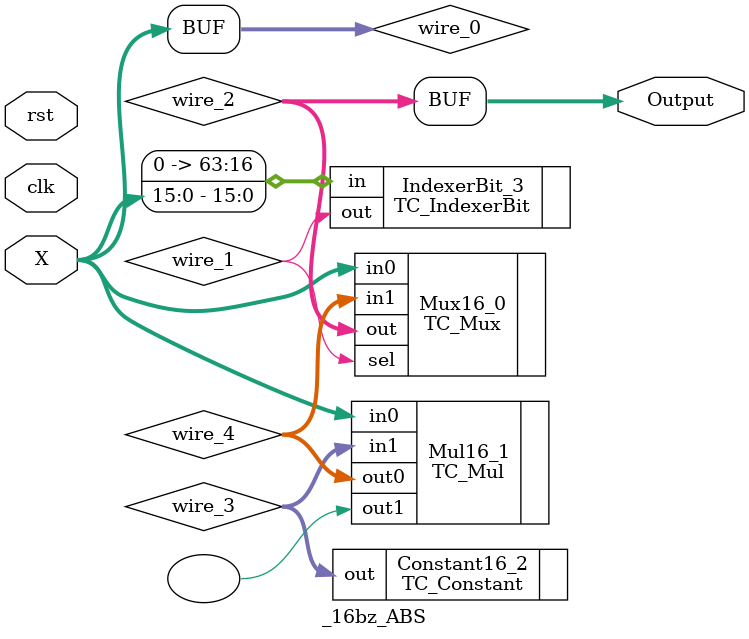
<source format=v>
module _16bz_ABS (clk, rst, X, Output);
  parameter UUID = 0;
  parameter NAME = "";
  input wire clk;
  input wire rst;

  input  wire [15:0] X;
  output  wire [15:0] Output;

  TC_Mux # (.UUID(64'd1613219844841409961 ^ UUID), .BIT_WIDTH(64'd16)) Mux16_0 (.sel(wire_1), .in0(wire_0), .in1(wire_4), .out(wire_2));
  TC_Mul # (.UUID(64'd1980215757136314572 ^ UUID), .BIT_WIDTH(64'd16)) Mul16_1 (.in0(wire_0), .in1(wire_3), .out0(wire_4), .out1());
  TC_Constant # (.UUID(64'd3682617161905088756 ^ UUID), .BIT_WIDTH(64'd16), .value(16'hFFFF)) Constant16_2 (.out(wire_3));
  TC_IndexerBit # (.UUID(64'd720917380837010060 ^ UUID), .INDEX(64'd15)) IndexerBit_3 (.in({{48{1'b0}}, wire_0 }), .out(wire_1));

  wire [15:0] wire_0;
  assign wire_0 = X;
  wire [0:0] wire_1;
  wire [15:0] wire_2;
  assign Output = wire_2;
  wire [15:0] wire_3;
  wire [15:0] wire_4;

endmodule

</source>
